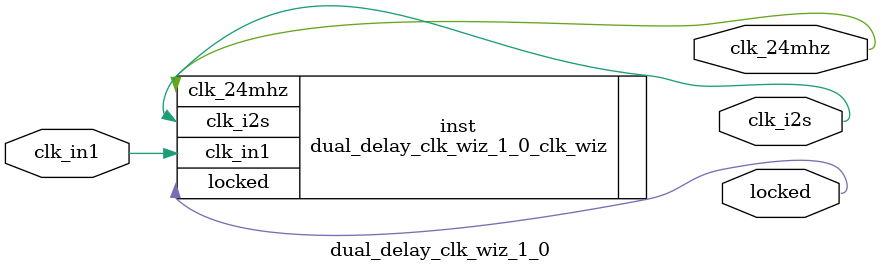
<source format=v>


`timescale 1ps/1ps

(* CORE_GENERATION_INFO = "dual_delay_clk_wiz_1_0,clk_wiz_v6_0_11_0_0,{component_name=dual_delay_clk_wiz_1_0,use_phase_alignment=true,use_min_o_jitter=false,use_max_i_jitter=false,use_dyn_phase_shift=false,use_inclk_switchover=false,use_dyn_reconfig=false,enable_axi=0,feedback_source=FDBK_AUTO,PRIMITIVE=MMCM,num_out_clk=2,clkin1_period=8.138,clkin2_period=10.000,use_power_down=false,use_reset=false,use_locked=true,use_inclk_stopped=false,feedback_type=SINGLE,CLOCK_MGR_TYPE=NA,manual_override=false}" *)

module dual_delay_clk_wiz_1_0 
 (
  // Clock out ports
  output        clk_i2s,
  output        clk_24mhz,
  // Status and control signals
  output        locked,
 // Clock in ports
  input         clk_in1
 );

  dual_delay_clk_wiz_1_0_clk_wiz inst
  (
  // Clock out ports  
  .clk_i2s(clk_i2s),
  .clk_24mhz(clk_24mhz),
  // Status and control signals               
  .locked(locked),
 // Clock in ports
  .clk_in1(clk_in1)
  );

endmodule

</source>
